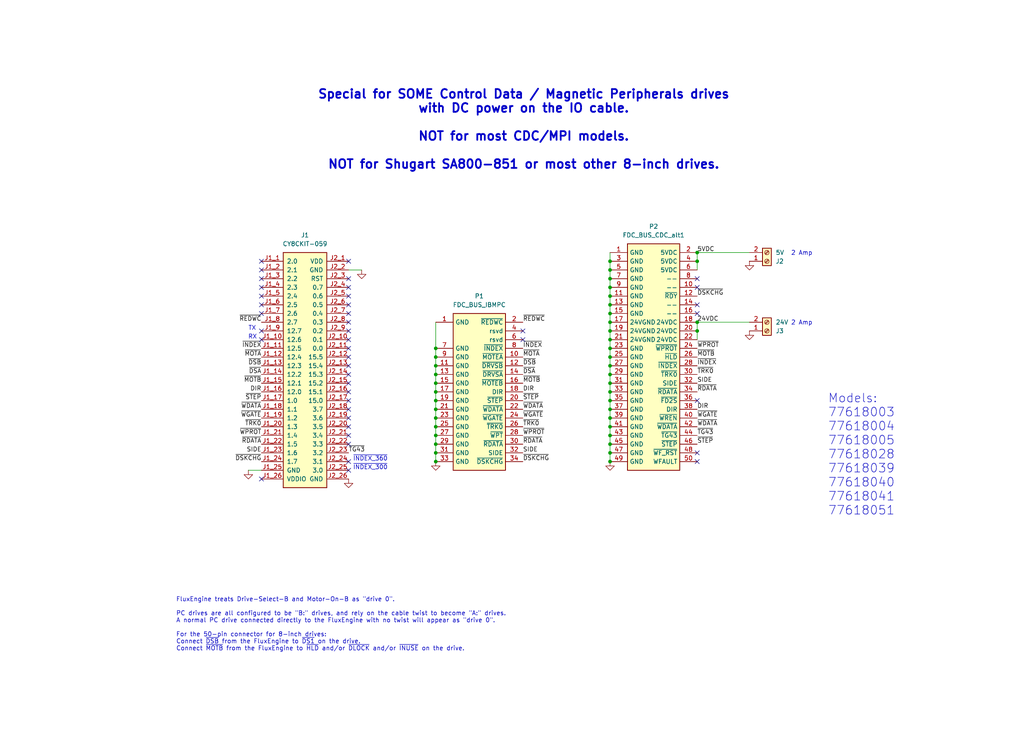
<source format=kicad_sch>
(kicad_sch (version 20231120) (generator "eeschema") (generator_version "8.0")
  (paper "User" 298.45 217.322)
  (title_block (title "FluxEngine_Hat for PC and CDC ALT1") (date "2024-04-25") (rev "002") (company "Brian K. White - b.kenyon.w@gmail.com") (comment 1 "CC BY-SA") (comment 2 "github.com/bkw777/FluxEngine_Kit"))
  (lib_symbols
    (symbol "000_LOCAL:CY8CKIT-059" (pin_names (offset 1.016))
      (property "Reference" "J" (at 0 34.29 0))
      (property "Value" "CY8CKIT-059" (at 0 -37.084 0))
      (symbol "CY8CKIT-059_1_1"
        (rectangle (start -6.35 33.02) (end 6.35 -35.56) (stroke (width 0.254)) (fill (type background)))
        (pin passive line (at -12.7 30.48 0) (length 6.35) (name "2.0") (number "J1_1"))
        (pin passive line (at -12.7 7.62 0) (length 6.35) (name "12.6") (number "J1_10"))
        (pin passive line (at -12.7 5.08 0) (length 6.35) (name "12.5") (number "J1_11"))
        (pin passive line (at -12.7 2.54 0) (length 6.35) (name "12.4") (number "J1_12"))
        (pin passive line (at -12.7 0 0) (length 6.35) (name "12.3") (number "J1_13"))
        (pin passive line (at -12.7 -2.54 0) (length 6.35) (name "12.2") (number "J1_14"))
        (pin passive line (at -12.7 -5.08 0) (length 6.35) (name "12.1") (number "J1_15"))
        (pin passive line (at -12.7 -7.62 0) (length 6.35) (name "12.0") (number "J1_16"))
        (pin passive line (at -12.7 -10.16 0) (length 6.35) (name "1.0") (number "J1_17"))
        (pin passive line (at -12.7 -12.7 0) (length 6.35) (name "1.1") (number "J1_18"))
        (pin passive line (at -12.7 -15.24 0) (length 6.35) (name "1.2") (number "J1_19"))
        (pin passive line (at -12.7 27.94 0) (length 6.35) (name "2.1") (number "J1_2"))
        (pin passive line (at -12.7 -17.78 0) (length 6.35) (name "1.3") (number "J1_20"))
        (pin passive line (at -12.7 -20.32 0) (length 6.35) (name "1.4") (number "J1_21"))
        (pin passive line (at -12.7 -22.86 0) (length 6.35) (name "1.5") (number "J1_22"))
        (pin passive line (at -12.7 -25.4 0) (length 6.35) (name "1.6") (number "J1_23"))
        (pin passive line (at -12.7 -27.94 0) (length 6.35) (name "1.7") (number "J1_24"))
        (pin passive line (at -12.7 -30.48 0) (length 6.35) (name "GND") (number "J1_25"))
        (pin passive line (at -12.7 -33.02 0) (length 6.35) (name "VDDIO") (number "J1_26"))
        (pin passive line (at -12.7 25.4 0) (length 6.35) (name "2.2") (number "J1_3"))
        (pin passive line (at -12.7 22.86 0) (length 6.35) (name "2.3") (number "J1_4"))
        (pin passive line (at -12.7 20.32 0) (length 6.35) (name "2.4") (number "J1_5"))
        (pin passive line (at -12.7 17.78 0) (length 6.35) (name "2.5") (number "J1_6"))
        (pin passive line (at -12.7 15.24 0) (length 6.35) (name "2.6") (number "J1_7"))
        (pin passive line (at -12.7 12.7 0) (length 6.35) (name "2.7") (number "J1_8"))
        (pin passive line (at -12.7 10.16 0) (length 6.35) (name "12.7") (number "J1_9"))
        (pin passive line (at 12.7 30.48 180) (length 6.35) (name "VDD") (number "J2_1"))
        (pin passive line (at 12.7 7.62 180) (length 6.35) (name "0.1") (number "J2_10"))
        (pin passive line (at 12.7 5.08 180) (length 6.35) (name "0.0") (number "J2_11"))
        (pin passive line (at 12.7 2.54 180) (length 6.35) (name "15.5") (number "J2_12"))
        (pin passive line (at 12.7 0 180) (length 6.35) (name "15.4") (number "J2_13"))
        (pin passive line (at 12.7 -2.54 180) (length 6.35) (name "15.3") (number "J2_14"))
        (pin passive line (at 12.7 -5.08 180) (length 6.35) (name "15.2") (number "J2_15"))
        (pin passive line (at 12.7 -7.62 180) (length 6.35) (name "15.1") (number "J2_16"))
        (pin passive line (at 12.7 -10.16 180) (length 6.35) (name "15.0") (number "J2_17"))
        (pin passive line (at 12.7 -12.7 180) (length 6.35) (name "3.7") (number "J2_18"))
        (pin passive line (at 12.7 -15.24 180) (length 6.35) (name "3.6") (number "J2_19"))
        (pin passive line (at 12.7 27.94 180) (length 6.35) (name "GND") (number "J2_2"))
        (pin passive line (at 12.7 -17.78 180) (length 6.35) (name "3.5") (number "J2_20"))
        (pin passive line (at 12.7 -20.32 180) (length 6.35) (name "3.4") (number "J2_21"))
        (pin passive line (at 12.7 -22.86 180) (length 6.35) (name "3.3") (number "J2_22"))
        (pin passive line (at 12.7 -25.4 180) (length 6.35) (name "3.2") (number "J2_23"))
        (pin passive line (at 12.7 -27.94 180) (length 6.35) (name "3.1") (number "J2_24"))
        (pin passive line (at 12.7 -30.48 180) (length 6.35) (name "3.0") (number "J2_25"))
        (pin passive line (at 12.7 -33.02 180) (length 6.35) (name "GND") (number "J2_26"))
        (pin passive line (at 12.7 25.4 180) (length 6.35) (name "RST") (number "J2_3"))
        (pin passive line (at 12.7 22.86 180) (length 6.35) (name "0.7") (number "J2_4"))
        (pin passive line (at 12.7 20.32 180) (length 6.35) (name "0.6") (number "J2_5"))
        (pin passive line (at 12.7 17.78 180) (length 6.35) (name "0.5") (number "J2_6"))
        (pin passive line (at 12.7 15.24 180) (length 6.35) (name "0.4") (number "J2_7"))
        (pin passive line (at 12.7 12.7 180) (length 6.35) (name "0.3") (number "J2_8"))
        (pin passive line (at 12.7 10.16 180) (length 6.35) (name "0.2") (number "J2_9"))
      )
    )
    (symbol "000_LOCAL:FDC_BUS_CDC_alt1" (pin_names (offset 0.635))
      (property "Reference" "J" (at 0 31.75 0))
      (property "Value" "FDC_BUS_CDC_alt1" (at 0 -37.084 0))
      (symbol "FDC_BUS_CDC_alt1_1_1"
        (rectangle (start -7.62 30.48) (end 7.62 -35.56) (stroke (width 0.254)) (fill (type background)))
        (pin passive line (at -12.7 27.94 0) (length 5.08) (name "GND") (number "1"))
        (pin passive line (at 12.7 17.78 180) (length 5.08) (name "--") (number "10"))
        (pin passive line (at -12.7 15.24 0) (length 5.08) (name "GND") (number "11"))
        (pin passive line (at 12.7 15.24 180) (length 5.08) (name "~{RDY}") (number "12"))
        (pin passive line (at -12.7 12.7 0) (length 5.08) (name "GND") (number "13"))
        (pin passive line (at 12.7 12.7 180) (length 5.08) (name "--") (number "14"))
        (pin passive line (at -12.7 10.16 0) (length 5.08) (name "GND") (number "15"))
        (pin passive line (at 12.7 10.16 180) (length 5.08) (name "--") (number "16"))
        (pin passive line (at -12.7 7.62 0) (length 5.08) (name "24VGND") (number "17"))
        (pin passive line (at 12.7 7.62 180) (length 5.08) (name "24VDC") (number "18"))
        (pin passive line (at -12.7 5.08 0) (length 5.08) (name "24VGND") (number "19"))
        (pin passive line (at 12.7 27.94 180) (length 5.08) (name "5VDC") (number "2"))
        (pin passive line (at 12.7 5.08 180) (length 5.08) (name "24VDC") (number "20"))
        (pin passive line (at -12.7 2.54 0) (length 5.08) (name "24VGND") (number "21"))
        (pin passive line (at 12.7 2.54 180) (length 5.08) (name "24VDC") (number "22"))
        (pin passive line (at -12.7 0 0) (length 5.08) (name "GND") (number "23"))
        (pin passive line (at 12.7 0 180) (length 5.08) (name "~{WPROT}") (number "24"))
        (pin passive line (at -12.7 -2.54 0) (length 5.08) (name "GND") (number "25"))
        (pin passive line (at 12.7 -2.54 180) (length 5.08) (name "~{HLD}") (number "26"))
        (pin passive line (at -12.7 -5.08 0) (length 5.08) (name "GND") (number "27"))
        (pin passive line (at 12.7 -5.08 180) (length 5.08) (name "~{INDEX}") (number "28"))
        (pin passive line (at -12.7 -7.62 0) (length 5.08) (name "GND") (number "29"))
        (pin passive line (at -12.7 25.4 0) (length 5.08) (name "GND") (number "3"))
        (pin passive line (at 12.7 -7.62 180) (length 5.08) (name "~{TRK0}") (number "30"))
        (pin passive line (at -12.7 -10.16 0) (length 5.08) (name "GND") (number "31"))
        (pin passive line (at 12.7 -10.16 180) (length 5.08) (name "SIDE") (number "32"))
        (pin passive line (at -12.7 -12.7 0) (length 5.08) (name "GND") (number "33"))
        (pin passive line (at 12.7 -12.7 180) (length 5.08) (name "~{RDATA}") (number "34"))
        (pin passive line (at -12.7 -15.24 0) (length 5.08) (name "GND") (number "35"))
        (pin passive line (at 12.7 -15.24 180) (length 5.08) (name "~{FD2S}") (number "36"))
        (pin passive line (at -12.7 -17.78 0) (length 5.08) (name "GND") (number "37"))
        (pin passive line (at 12.7 -17.78 180) (length 5.08) (name "DIR") (number "38"))
        (pin passive line (at -12.7 -20.32 0) (length 5.08) (name "GND") (number "39"))
        (pin passive line (at 12.7 25.4 180) (length 5.08) (name "5VDC") (number "4"))
        (pin passive line (at 12.7 -20.32 180) (length 5.08) (name "~{WREN}") (number "40"))
        (pin passive line (at -12.7 -22.86 0) (length 5.08) (name "GND") (number "41"))
        (pin passive line (at 12.7 -22.86 180) (length 5.08) (name "~{WDATA}") (number "42"))
        (pin passive line (at -12.7 -25.4 0) (length 5.08) (name "GND") (number "43"))
        (pin passive line (at 12.7 -25.4 180) (length 5.08) (name "~{TG43}") (number "44"))
        (pin passive line (at -12.7 -27.94 0) (length 5.08) (name "GND") (number "45"))
        (pin passive line (at 12.7 -27.94 180) (length 5.08) (name "~{STEP}") (number "46"))
        (pin passive line (at -12.7 -30.48 0) (length 5.08) (name "GND") (number "47"))
        (pin passive line (at 12.7 -30.48 180) (length 5.08) (name "~{WF_RST}") (number "48"))
        (pin passive line (at -12.7 -33.02 0) (length 5.08) (name "GND") (number "49"))
        (pin passive line (at -12.7 22.86 0) (length 5.08) (name "GND") (number "5"))
        (pin passive line (at 12.7 -33.02 180) (length 5.08) (name "WFAULT") (number "50"))
        (pin passive line (at 12.7 22.86 180) (length 5.08) (name "5VDC") (number "6"))
        (pin passive line (at -12.7 20.32 0) (length 5.08) (name "GND") (number "7"))
        (pin passive line (at 12.7 20.32 180) (length 5.08) (name "--") (number "8"))
        (pin passive line (at -12.7 17.78 0) (length 5.08) (name "GND") (number "9"))
      )
    )
    (symbol "000_LOCAL:FDC_BUS_IBMPC" (pin_names (offset 0.635))
      (property "Reference" "J" (at 0 24.13 0))
      (property "Value" "FDC_BUS_IBMPC" (at 0 -24.13 0))
      (symbol "FDC_BUS_IBMPC_1_1"
        (rectangle (start -7.62 22.86) (end 7.62 -22.86) (stroke (width 0.254)) (fill (type background)))
        (pin passive line (at -12.7 20.32 0) (length 5.08) (name "GND") (number "1"))
        (pin passive line (at 12.7 10.16 180) (length 5.08) (name "~{MOTEA}") (number "10"))
        (pin passive line (at -12.7 7.62 0) (length 5.08) (name "GND") (number "11"))
        (pin passive line (at 12.7 7.62 180) (length 5.08) (name "~{DRVSB}") (number "12"))
        (pin passive line (at -12.7 5.08 0) (length 5.08) (name "GND") (number "13"))
        (pin passive line (at 12.7 5.08 180) (length 5.08) (name "~{DRVSA}") (number "14"))
        (pin passive line (at -12.7 2.54 0) (length 5.08) (name "GND") (number "15"))
        (pin passive line (at 12.7 2.54 180) (length 5.08) (name "~{MOTEB}") (number "16"))
        (pin passive line (at -12.7 0 0) (length 5.08) (name "GND") (number "17"))
        (pin passive line (at 12.7 0 180) (length 5.08) (name "DIR") (number "18"))
        (pin passive line (at -12.7 -2.54 0) (length 5.08) (name "GND") (number "19"))
        (pin passive line (at 12.7 20.32 180) (length 5.08) (name "~{REDWC}") (number "2"))
        (pin passive line (at 12.7 -2.54 180) (length 5.08) (name "~{STEP}") (number "20"))
        (pin passive line (at -12.7 -5.08 0) (length 5.08) (name "GND") (number "21"))
        (pin passive line (at 12.7 -5.08 180) (length 5.08) (name "~{WDATA}") (number "22"))
        (pin passive line (at -12.7 -7.62 0) (length 5.08) (name "GND") (number "23"))
        (pin passive line (at 12.7 -7.62 180) (length 5.08) (name "~{WGATE}") (number "24"))
        (pin passive line (at -12.7 -10.16 0) (length 5.08) (name "GND") (number "25"))
        (pin passive line (at 12.7 -10.16 180) (length 5.08) (name "~{TRK0}") (number "26"))
        (pin passive line (at -12.7 -12.7 0) (length 5.08) (name "GND") (number "27"))
        (pin passive line (at 12.7 -12.7 180) (length 5.08) (name "~{WPT}") (number "28"))
        (pin passive line (at -12.7 -15.24 0) (length 5.08) (name "GND") (number "29"))
        (pin passive line (at 12.7 -15.24 180) (length 5.08) (name "~{RDATA}") (number "30"))
        (pin passive line (at -12.7 -17.78 0) (length 5.08) (name "GND") (number "31"))
        (pin passive line (at 12.7 -17.78 180) (length 5.08) (name "SIDE") (number "32"))
        (pin passive line (at -12.7 -20.32 0) (length 5.08) (name "GND") (number "33"))
        (pin passive line (at 12.7 -20.32 180) (length 5.08) (name "~{DSKCHG}") (number "34"))
        (pin passive line (at 12.7 17.78 180) (length 5.08) (name "rsvd") (number "4"))
        (pin passive line (at 12.7 15.24 180) (length 5.08) (name "rsvd") (number "6"))
        (pin passive line (at -12.7 12.7 0) (length 5.08) (name "GND") (number "7"))
        (pin passive line (at 12.7 12.7 180) (length 5.08) (name "~{INDEX}") (number "8"))
        (pin passive line (at -12.7 10.16 0) (length 5.08) (name "GND") (number "9"))
      )
    )
    (symbol "000_LOCAL:Screw_Terminal_01x02" (pin_names (offset 1.016) hide)
      (property "Reference" "J" (at 0 2.54 0))
      (property "Value" "Screw_Terminal_01x02" (at 0 -5.08 0))
      (symbol "Screw_Terminal_01x02_1_1"
        (rectangle (start -1.27 1.27) (end 1.27 -3.81) (stroke (width 0.254)) (fill (type background)))
        (circle (center 0 -2.54) (radius 0.635) (stroke (width 0.1524)))
        (polyline (pts (xy -0.5334 -2.2098) (xy 0.3302 -3.048)) (stroke (width 0.1524)))
        (polyline (pts (xy -0.5334 0.3302) (xy 0.3302 -0.508)) (stroke (width 0.1524)))
        (polyline (pts (xy -0.3556 -2.032) (xy 0.508 -2.8702)) (stroke (width 0.1524)))
        (polyline (pts (xy -0.3556 0.508) (xy 0.508 -0.3302)) (stroke (width 0.1524)))
        (circle (center 0 0) (radius 0.635) (stroke (width 0.1524)))
        (pin passive line (at -5.08 0 0) (length 3.81) (name "Pin_1") (number "1"))
        (pin passive line (at -5.08 -2.54 0) (length 3.81) (name "Pin_2") (number "2"))
      )
    )
    (symbol "power:GND" (power) (pin_numbers hide) (pin_names (offset 0) hide)
      (property "Value" "GND" (at 0 -3.81 0))
      (symbol "GND_0_1"
        (polyline (pts (xy 0 0) (xy 0 -1.27) (xy 1.27 -1.27) (xy 0 -2.54) (xy -1.27 -1.27) (xy 0 -1.27)))
      )
      (symbol "GND_1_1"
        (pin power_in line (at 0 0 270) (length 0) (name "~") (number "1"))
      )
    )
  )
  (junction (at 177.8 104.14))
  (junction (at 127 109.22))
  (junction (at 177.8 101.6))
  (junction (at 177.8 111.76))
  (junction (at 203.2 73.66))
  (junction (at 127 114.3))
  (junction (at 177.8 83.82))
  (junction (at 177.8 134.62))
  (junction (at 127 132.08))
  (junction (at 177.8 99.06))
  (junction (at 127 121.92))
  (junction (at 177.8 81.28))
  (junction (at 203.2 93.98))
  (junction (at 177.8 88.9))
  (junction (at 203.2 76.2))
  (junction (at 127 104.14))
  (junction (at 203.2 96.52))
  (junction (at 177.8 121.92))
  (junction (at 127 127))
  (junction (at 177.8 78.74))
  (junction (at 127 129.54))
  (junction (at 127 134.62))
  (junction (at 127 116.84))
  (junction (at 177.8 86.36))
  (junction (at 177.8 116.84))
  (junction (at 177.8 93.98))
  (junction (at 127 119.38))
  (junction (at 177.8 109.22))
  (junction (at 127 111.76))
  (junction (at 177.8 129.54))
  (junction (at 177.8 124.46))
  (junction (at 177.8 96.52))
  (junction (at 127 106.68))
  (junction (at 177.8 114.3))
  (junction (at 127 101.6))
  (junction (at 177.8 76.2))
  (junction (at 177.8 106.68))
  (junction (at 177.8 132.08))
  (junction (at 177.8 127))
  (junction (at 177.8 119.38))
  (junction (at 127 124.46))
  (junction (at 177.8 91.44))
  (no_connect (at 76.2 83.82))
  (no_connect (at 76.2 91.44))
  (no_connect (at 203.2 81.28))
  (no_connect (at 76.2 88.9))
  (no_connect (at 203.2 88.9))
  (no_connect (at 76.2 96.52))
  (no_connect (at 76.2 81.28))
  (no_connect (at 76.2 99.06))
  (no_connect (at 101.6 137.16))
  (no_connect (at 203.2 83.82))
  (no_connect (at 76.2 76.2))
  (no_connect (at 101.6 81.28))
  (no_connect (at 203.2 116.84))
  (no_connect (at 101.6 119.38))
  (no_connect (at 101.6 99.06))
  (no_connect (at 101.6 134.62))
  (no_connect (at 101.6 76.2))
  (no_connect (at 101.6 121.92))
  (no_connect (at 203.2 91.44))
  (no_connect (at 101.6 96.52))
  (no_connect (at 101.6 83.82))
  (no_connect (at 101.6 106.68))
  (no_connect (at 203.2 134.62))
  (no_connect (at 76.2 139.7))
  (no_connect (at 101.6 114.3))
  (no_connect (at 101.6 124.46))
  (no_connect (at 101.6 86.36))
  (no_connect (at 101.6 93.98))
  (no_connect (at 101.6 88.9))
  (no_connect (at 101.6 129.54))
  (no_connect (at 101.6 91.44))
  (no_connect (at 101.6 116.84))
  (no_connect (at 101.6 109.22))
  (no_connect (at 76.2 78.74))
  (no_connect (at 101.6 111.76))
  (no_connect (at 203.2 132.08))
  (no_connect (at 101.6 127))
  (no_connect (at 101.6 104.14))
  (no_connect (at 76.2 86.36))
  (no_connect (at 152.4 96.52))
  (no_connect (at 152.4 99.06))
  (no_connect (at 101.6 101.6))
  (wire (pts (xy 177.8 93.98) (xy 177.8 96.52)))
  (wire (pts (xy 203.2 73.66) (xy 218.44 73.66)))
  (wire (pts (xy 177.8 121.92) (xy 177.8 124.46)))
  (wire (pts (xy 177.8 86.36) (xy 177.8 88.9)))
  (wire (pts (xy 177.8 76.2) (xy 177.8 78.74)))
  (wire (pts (xy 203.2 96.52) (xy 203.2 99.06)))
  (wire (pts (xy 127 129.54) (xy 127 132.08)))
  (wire (pts (xy 177.8 109.22) (xy 177.8 111.76)))
  (wire (pts (xy 127 93.98) (xy 127 101.6)))
  (wire (pts (xy 127 132.08) (xy 127 134.62)))
  (wire (pts (xy 101.6 78.74) (xy 105.41 78.74)))
  (wire (pts (xy 177.8 101.6) (xy 177.8 104.14)))
  (wire (pts (xy 203.2 93.98) (xy 218.44 93.98)))
  (wire (pts (xy 177.8 111.76) (xy 177.8 114.3)))
  (wire (pts (xy 127 127) (xy 127 129.54)))
  (wire (pts (xy 127 119.38) (xy 127 121.92)))
  (wire (pts (xy 76.2 137.16) (xy 72.39 137.16)))
  (wire (pts (xy 177.8 114.3) (xy 177.8 116.84)))
  (wire (pts (xy 203.2 76.2) (xy 203.2 78.74)))
  (wire (pts (xy 177.8 88.9) (xy 177.8 91.44)))
  (wire (pts (xy 127 111.76) (xy 127 114.3)))
  (wire (pts (xy 177.8 99.06) (xy 177.8 101.6)))
  (wire (pts (xy 203.2 93.98) (xy 203.2 96.52)))
  (wire (pts (xy 177.8 116.84) (xy 177.8 119.38)))
  (wire (pts (xy 177.8 81.28) (xy 177.8 83.82)))
  (wire (pts (xy 177.8 104.14) (xy 177.8 106.68)))
  (wire (pts (xy 177.8 78.74) (xy 177.8 81.28)))
  (wire (pts (xy 127 124.46) (xy 127 127)))
  (wire (pts (xy 177.8 106.68) (xy 177.8 109.22)))
  (wire (pts (xy 177.8 96.52) (xy 177.8 99.06)))
  (wire (pts (xy 177.8 83.82) (xy 177.8 86.36)))
  (wire (pts (xy 177.8 132.08) (xy 177.8 134.62)))
  (wire (pts (xy 127 114.3) (xy 127 116.84)))
  (wire (pts (xy 177.8 119.38) (xy 177.8 121.92)))
  (wire (pts (xy 177.8 127) (xy 177.8 129.54)))
  (wire (pts (xy 127 121.92) (xy 127 124.46)))
  (wire (pts (xy 127 116.84) (xy 127 119.38)))
  (wire (pts (xy 203.2 73.66) (xy 203.2 76.2)))
  (wire (pts (xy 127 106.68) (xy 127 109.22)))
  (wire (pts (xy 177.8 73.66) (xy 177.8 76.2)))
  (wire (pts (xy 127 109.22) (xy 127 111.76)))
  (wire (pts (xy 177.8 91.44) (xy 177.8 93.98)))
  (wire (pts (xy 127 101.6) (xy 127 104.14)))
  (wire (pts (xy 177.8 129.54) (xy 177.8 132.08)))
  (wire (pts (xy 177.8 124.46) (xy 177.8 127)))
  (wire (pts (xy 127 104.14) (xy 127 106.68)))
  (text "FluxEngine treats Drive-Select-B and Motor-On-B as \"drive 0\".\n\nPC drives are all configured to be \"B:\" drives, and rely on the cable twist to become \"A:\" drives.\nA normal PC drive connected directly to the FluxEngine with no twist will appear as \"drive 0\".\n\nFor the 50-pin connector for 8-inch drives:\nConnect ~{DSB} from the FluxEngine to ~{DS1} on the drive.\nConnect ~{MOTB} from the FluxEngine to ~{HLD} and/or ~{DLOCK} and/or ~{INUSE} on the drive.\n" (at 51.308 189.992 0) (effects (font (size 1.27 1.27)) (justify left bottom)))
  (text "~{INDEX_300}" (at 102.87 137.16 0) (effects (font (size 1.2446 1.2446)) (justify left bottom)))
  (text "TX" (at 74.676 96.52 0) (effects (font (size 1.2446 1.2446)) (justify right bottom)))
  (text "Special for SOME Control Data / Magnetic Peripherals drives\nwith DC power on the IO cable.\n\nNOT for most CDC/MPI models.\n\nNOT for Shugart SA800-851 or most other 8-inch drives.\n" (at 152.654 37.846 0) (effects (font (size 2.54 2.54) (thickness 0.508) (bold yes))))
  (text "Models:\n77618003\n77618004\n77618005\n77618028\n77618039\n77618040\n77618041\n77618051\n" (at 241.3 114.808 0) (effects (font (size 2.54 2.54)) (justify left top)))
  (text "2 Amp" (at 233.68 73.914 0) (effects (font (size 1.27 1.27))))
  (text "RX" (at 74.93 99.06 0) (effects (font (size 1.2446 1.2446)) (justify right bottom)))
  (text "~{INDEX_360}" (at 102.87 134.62 0) (effects (font (size 1.2446 1.2446)) (justify left bottom)))
  (text "2 Amp" (at 233.68 94.234 0) (effects (font (size 1.27 1.27))))
  (label "~{WDATA}" (at 152.4 119.38 0) (effects (font (size 1.2446 1.2446))))
  (label "~{WDATA}" (at 203.2 124.46 0) (effects (font (size 1.2446 1.2446))))
  (label "24VDC" (at 203.2 93.98 0))
  (label "~{REDWC}" (at 76.2 93.98 180) (effects (font (size 1.2446 1.2446))))
  (label "~{MOTB}" (at 203.2 104.14 0) (effects (font (size 1.2446 1.2446))))
  (label "~{DSKCHG}" (at 203.2 86.36 0) (effects (font (size 1.2446 1.2446))))
  (label "~{TG43}" (at 203.2 127 0) (effects (font (size 1.2446 1.2446))))
  (label "~{WPROT}" (at 152.4 127 0) (effects (font (size 1.2446 1.2446))))
  (label "~{WGATE}" (at 152.4 121.92 0) (effects (font (size 1.2446 1.2446))))
  (label "~{WPROT}" (at 76.2 127 180) (effects (font (size 1.2446 1.2446))))
  (label "~{REDWC}" (at 152.4 93.98 0) (effects (font (size 1.2446 1.2446))))
  (label "~{DSB}" (at 152.4 106.68 0) (effects (font (size 1.2446 1.2446))))
  (label "SIDE" (at 152.4 132.08 0) (effects (font (size 1.2446 1.2446))))
  (label "~{WDATA}" (at 76.2 119.38 180) (effects (font (size 1.2446 1.2446))))
  (label "~{TRK0}" (at 152.4 124.46 0) (effects (font (size 1.2446 1.2446))))
  (label "~{WPROT}" (at 203.2 101.6 0) (effects (font (size 1.2446 1.2446))))
  (label "~{MOTB}" (at 152.4 111.76 0) (effects (font (size 1.2446 1.2446))))
  (label "~{DSB}" (at 76.2 106.68 180) (effects (font (size 1.2446 1.2446))))
  (label "~{RDATA}" (at 152.4 129.54 0) (effects (font (size 1.2446 1.2446))))
  (label "~{DSA}" (at 76.2 109.22 180) (effects (font (size 1.2446 1.2446))))
  (label "~{MOTA}" (at 76.2 104.14 180) (effects (font (size 1.2446 1.2446))))
  (label "~{WGATE}" (at 203.2 121.92 0) (effects (font (size 1.2446 1.2446))))
  (label "~{INDEX}" (at 203.2 106.68 0) (effects (font (size 1.2446 1.2446))))
  (label "~{STEP}" (at 152.4 116.84 0) (effects (font (size 1.2446 1.2446))))
  (label "~{DSA}" (at 152.4 109.22 0) (effects (font (size 1.2446 1.2446))))
  (label "~{TRK0}" (at 203.2 109.22 0) (effects (font (size 1.2446 1.2446))))
  (label "~{DSKCHG}" (at 76.2 134.62 180) (effects (font (size 1.2446 1.2446))))
  (label "~{STEP}" (at 76.2 116.84 180) (effects (font (size 1.2446 1.2446))))
  (label "SIDE" (at 76.2 132.08 180) (effects (font (size 1.2446 1.2446))))
  (label "~{DSKCHG}" (at 152.4 134.62 0) (effects (font (size 1.2446 1.2446))))
  (label "~{TRK0}" (at 76.2 124.46 180) (effects (font (size 1.2446 1.2446))))
  (label "~{RDATA}" (at 203.2 114.3 0) (effects (font (size 1.2446 1.2446))))
  (label "~{MOTA}" (at 152.4 104.14 0) (effects (font (size 1.2446 1.2446))))
  (label "~{STEP}" (at 203.2 129.54 0) (effects (font (size 1.2446 1.2446))))
  (label "SIDE" (at 203.2 111.76 0) (effects (font (size 1.2446 1.2446))))
  (label "~{INDEX}" (at 152.4 101.6 0) (effects (font (size 1.2446 1.2446))))
  (label "DIR" (at 76.2 114.3 180) (effects (font (size 1.2446 1.2446))))
  (label "~{WGATE}" (at 76.2 121.92 180) (effects (font (size 1.2446 1.2446))))
  (label "~{TG43}" (at 101.6 132.08 0) (effects (font (size 1.2446 1.2446))))
  (label "~{RDATA}" (at 76.2 129.54 180) (effects (font (size 1.2446 1.2446))))
  (label "5VDC" (at 203.2 73.66 0))
  (label "~{MOTB}" (at 76.2 111.76 180) (effects (font (size 1.2446 1.2446))))
  (label "DIR" (at 152.4 114.3 0) (effects (font (size 1.2446 1.2446))))
  (label "DIR" (at 203.2 119.38 0) (effects (font (size 1.2446 1.2446))))
  (label "~{INDEX}" (at 76.2 101.6 180) (effects (font (size 1.2446 1.2446))))
  (symbol (lib_id "000_LOCAL:Screw_Terminal_01x02") (at 223.52 76.2 0) (mirror x) (unit 1)
    (property "Reference" "J2" (at 226.06 76.2001 0) (effects (justify left)))
    (property "Value" "5V" (at 226.06 73.6601 0) (effects (justify left)))
    (property "Footprint" "000_LOCAL:ScrewTerminal_1x02_P3.5mm_vertical" (effects (hide yes)))
    (property "Description" "Generic screw terminal, single row, 01x02, script generated (kicad-library-utils/schlib/autogen/connector/)" (effects (hide yes)))
  )
  (symbol (lib_id "power:GND") (at 218.44 76.2 0) (unit 1)
    (property "Reference" "#PWR01" (effects (hide yes)))
    (property "Value" "GND" (effects (hide yes)))
    (property "Description" "Power symbol creates a global label with name \"GND\" , ground" (effects (hide yes)))
  )
  (symbol (lib_id "000_LOCAL:Screw_Terminal_01x02") (at 223.52 96.52 0) (mirror x) (unit 1)
    (property "Reference" "J3" (at 226.06 96.5201 0) (effects (justify left)))
    (property "Value" "24V" (at 226.06 93.9801 0) (effects (justify left)))
    (property "Footprint" "000_LOCAL:ScrewTerminal_1x02_P3.5mm_vertical" (effects (hide yes)))
    (property "Description" "Generic screw terminal, single row, 01x02, script generated (kicad-library-utils/schlib/autogen/connector/)" (effects (hide yes)))
  )
  (symbol (lib_id "power:GND") (at 218.44 96.52 0) (unit 1)
    (property "Reference" "#PWR03" (effects (hide yes)))
    (property "Value" "GND" (effects (hide yes)))
    (property "Description" "Power symbol creates a global label with name \"GND\" , ground" (effects (hide yes)))
  )
  (symbol (lib_id "power:GND") (at 101.6 139.7 0) (unit 1)
    (property "Reference" "#PWR06" (effects (hide yes)))
    (property "Value" "GND" (effects (hide yes)))
    (property "Description" "Power symbol creates a global label with name \"GND\" , ground" (effects (hide yes)))
  )
  (symbol (lib_id "000_LOCAL:CY8CKIT-059") (at 88.9 106.68 0) (unit 1)
    (property "Reference" "J1" (at 88.9 68.58 0))
    (property "Value" "CY8CKIT-059" (at 88.9 71.12 0))
    (property "Footprint" "000_LOCAL:CY8CKIT-059 dry fit" (effects (hide yes)))
    (property "Datasheet" "datasheets/CY8CKIT-059.pdf" (effects (hide yes)))
    (property "Description" "Infineon Cypress CY8CKIT-059 Arm & CPLD eval board " (effects (hide yes)))
  )
  (symbol (lib_id "000_LOCAL:FDC_BUS_CDC_alt1") (at 190.5 101.6 0) (unit 1)
    (property "Reference" "P2" (at 190.5 66.04 0))
    (property "Value" "FDC_BUS_CDC_alt1" (at 190.5 68.58 0))
    (property "Footprint" "000_LOCAL:IDC-Header_2x25_P2.54mm_Latch_Vertical" (effects (hide yes)))
    (property "Datasheet" "datasheets/CDC_FDD_pinouts.png" (effects (hide yes)))
    (property "Description" "Control Data / Magnetic Peripherals \"APLT1\" floppy drive pinout for some CDC/MPI models with DC power on the IO cable" (effects (hide yes)))
  )
  (symbol (lib_id "power:GND") (at 105.41 78.74 0) (mirror y) (unit 1)
    (property "Reference" "#PWR08" (effects (hide yes)))
    (property "Value" "GND" (effects (hide yes)))
    (property "Description" "Power symbol creates a global label with name \"GND\" , ground" (effects (hide yes)))
  )
  (symbol (lib_id "000_LOCAL:FDC_BUS_IBMPC") (at 139.7 114.3 0) (unit 1)
    (property "Reference" "P1" (at 139.7 86.36 0))
    (property "Value" "FDC_BUS_IBMPC" (at 139.7 88.9 0))
    (property "Footprint" "000_LOCAL:IDC-Header_2x17_P2.54mm_Latch_Vertical - FDD" (effects (hide yes)))
    (property "Datasheet" "datasheets/fdd-bus-interface-34p_5.25inch.png" (effects (hide yes)))
    (property "Description" "34-pin IBM PC floppy drive interface, host-side, pins 3 & 5 removed" (effects (hide yes)))
  )
  (symbol (lib_id "power:GND") (at 127 134.62 0) (unit 1)
    (property "Reference" "#PWR07" (effects (hide yes)))
    (property "Value" "GND" (effects (hide yes)))
    (property "Description" "Power symbol creates a global label with name \"GND\" , ground" (effects (hide yes)))
  )
  (symbol (lib_id "power:GND") (at 177.8 134.62 0) (unit 1)
    (property "Reference" "#PWR02" (effects (hide yes)))
    (property "Value" "GND" (effects (hide yes)))
    (property "Description" "Power symbol creates a global label with name \"GND\" , ground" (effects (hide yes)))
  )
  (symbol (lib_id "power:GND") (at 72.39 137.16 0) (mirror y) (unit 1)
    (property "Reference" "#PWR04" (effects (hide yes)))
    (property "Value" "GND" (effects (hide yes)))
    (property "Description" "Power symbol creates a global label with name \"GND\" , ground" (effects (hide yes)))
  )
)
</source>
